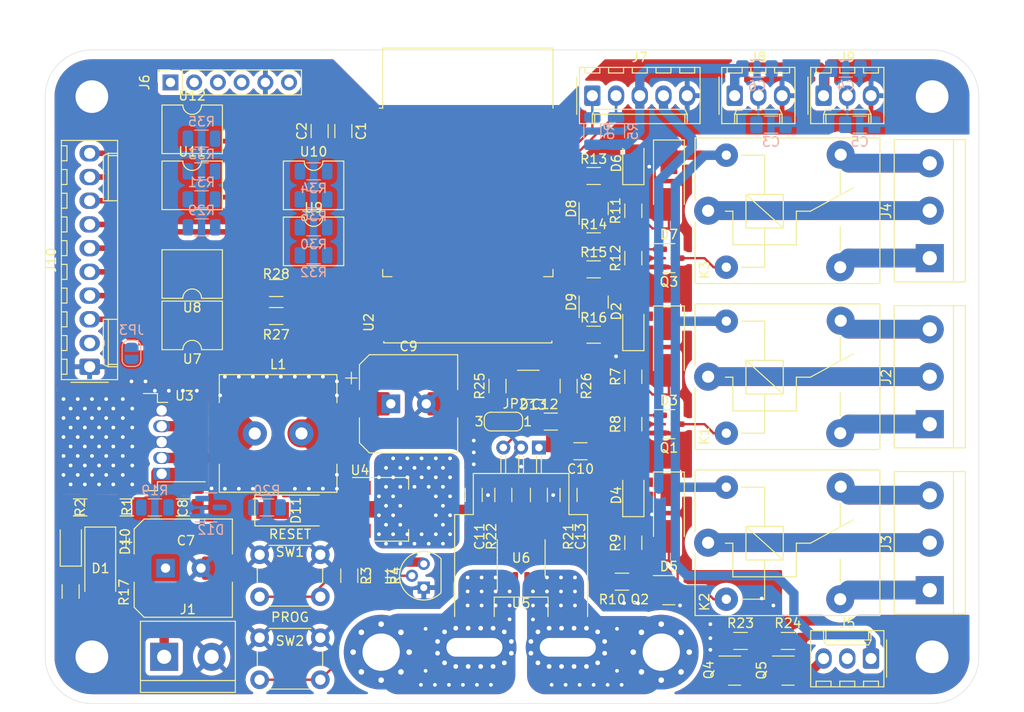
<source format=kicad_pcb>
(kicad_pcb (version 20211014) (generator pcbnew)
  (layers (0 "F.Cu" signal) (31 "B.Cu" signal) (34 "B.Paste" user) (35 "F.Paste" user) (36 "B.SilkS" user "B.Silkscreen") (37 "F.SilkS" user "F.Silkscreen") (38 "B.Mask" user) (39 "F.Mask" user) (44 "Edge.Cuts" user))
  (net 0 "")
  (net 1 "+3V3")
  (net 2 "GND")
  (net 3 "+12V")
  (net 4 "+5V")
  (net 5 "/LM35: T1/OUT")
  (net 6 "/LM35: T2/OUT")
  (net 7 "+BATT")
  (net 8 "Net-(D6-Pad1)")
  (net 9 "Net-(D9-Pad3)")
  (net 10 "Net-(D10-Pad1)")
  (net 11 "/Current Sensor/IP+")
  (net 12 "/Current Sensor/IP-")
  (net 13 "/Relay 1/NO")
  (net 14 "/Relay 1/COM")
  (net 15 "/Relay 1/NC")
  (net 16 "/Relay 2/NO")
  (net 17 "/Relay 2/COM")
  (net 18 "/Relay 2/NC")
  (net 19 "SCL")
  (net 20 "SDA")
  (net 21 "/Relay 3/NO")
  (net 22 "/Relay 3/COM")
  (net 23 "/Relay 3/NC")
  (net 24 "/Salida MOSFET/OUT")
  (net 25 "RESET")
  (net 26 "TXD0")
  (net 27 "RXD0")
  (net 28 "GPIO0")
  (net 29 "/Opto I/O/output-1/C")
  (net 30 "/Opto I/O/output-0/C")
  (net 31 "/Opto I/O/input-0/K")
  (net 32 "/Opto I/O/input-1/K")
  (net 33 "/Opto I/O/input-2/K")
  (net 34 "/Opto I/O/input-3/K")
  (net 35 "/Opto I/O/output-0/E")
  (net 36 "/Current Sensor/OUT")
  (net 37 "Net-(JP2-Pad3)")
  (net 38 "/Opto I/O/input-0/A")
  (net 39 "/Opto I/O/output-1/E")
  (net 40 "Net-(Q1-Pad1)")
  (net 41 "Net-(Q2-Pad1)")
  (net 42 "Net-(Q3-Pad1)")
  (net 43 "Net-(Q4-Pad1)")
  (net 44 "RELAY_1")
  (net 45 "/Input Protection/IN")
  (net 46 "RELAY_2")
  (net 47 "RELAY_3")
  (net 48 "VBAT")
  (net 49 "IBAT")
  (net 50 "TBAT")
  (net 51 "TEMP2")
  (net 52 "FAN_1")
  (net 53 "IN0")
  (net 54 "OUT1")
  (net 55 "IN1")
  (net 56 "IN2")
  (net 57 "IN3")
  (net 58 "OUT0")
  (net 59 "Net-(C12-Pad1)")
  (net 60 "Net-(C13-Pad1)")
  (net 61 "Net-(D2-Pad1)")
  (net 62 "Net-(D3-Pad2)")
  (net 63 "Net-(D4-Pad1)")
  (net 64 "Net-(D5-Pad2)")
  (net 65 "Net-(D7-Pad2)")
  (net 66 "Net-(D8-Pad3)")
  (net 67 "Net-(D11-Pad1)")
  (net 68 "Net-(D12-Pad3)")
  (net 69 "Net-(D13-Pad3)")
  (net 71 "Net-(Q4-Pad3)")
  (net 72 "Net-(R22-Pad2)")
  (net 73 "Net-(R27-Pad1)")
  (net 74 "Net-(R28-Pad1)")
  (net 83 "Net-(R29-Pad1)")
  (net 84 "Net-(R31-Pad1)")
  (net 85 "Net-(R33-Pad1)")
  (net 86 "Net-(R35-Pad1)")
  (footprint "libs:Allegro_CB_PFF" (layer "F.Cu") (at 144.14 93.585 180)
    (fp_text reference "U5")
    (fp_text value "ACS759")
  )
  (footprint "libs:TerminalBlock_bornier-3_P5.08mm" (layer "F.Cu") (at 186 91.08 90)
    (fp_text reference "J2")
    (fp_text value "Screw_Terminal_01x03")
  )
  (footprint "LED_SMD:LED_1206_3216Metric" (layer "F.Cu") (at 154.25 98.7 90)
    (fp_text reference "D4")
    (fp_text value "LED")
  )
  (footprint "LED_SMD:LED_1206_3216Metric" (layer "F.Cu") (at 154.25 80.92 90)
    (fp_text reference "D2")
    (fp_text value "LED")
  )
  (footprint "Connector_Molex:Molex_KK-254_AE-6410-10A_1x10_P2.54mm_Vertical" (layer "F.Cu") (at 96.02 84.93 90)
    (fp_text reference "J10")
    (fp_text value "Conn_01x10")
  )
  (footprint "Package_TO_SOT_SMD:SOT-23" (layer "F.Cu") (at 158.06 108.86)
    (fp_text reference "Q2")
    (fp_text value "BC817")
  )
  (footprint "libs:CAP_10x10_SMD_THT" (layer "F.Cu") (at 130.175 88.9)
    (fp_text reference "C9")
    (fp_text value "470uF" hide)
  )
  (footprint "Package_DIP:SMDIP-4_W9.53mm" (layer "F.Cu") (at 107 75 180)
    (fp_text reference "U8")
    (fp_text value "PC817XI")
  )
  (footprint "Connector_Molex:Molex_KK-254_AE-6410-03A_1x03_P2.54mm_Vertical" (layer "F.Cu") (at 174.625 55.9)
    (fp_text reference "J9")
    (fp_text value "Conn_01x03")
  )
  (footprint "Capacitor_SMD:C_1206_3216Metric_Pad1.33x1.80mm_HandSolder" (layer "F.Cu") (at 148.59 93.98)
    (fp_text reference "C10")
    (fp_text value "100nF")
  )
  (footprint "Capacitor_SMD:C_1206_3216Metric_Pad1.33x1.80mm_HandSolder" (layer "F.Cu") (at 147.31 98.665 90)
    (fp_text reference "C13")
    (fp_text value "1nF")
  )
  (footprint "Resistor_SMD:R_1206_3216Metric" (layer "F.Cu") (at 123.825 107.315 -90)
    (fp_text reference "R3")
    (fp_text value "10k")
  )
  (footprint "libs:TerminalBlock_bornier-2_P5.08mm" (layer "F.Cu") (at 104 116)
    (fp_text reference "J1")
    (fp_text value "Screw_Terminal_01x02")
  )
  (footprint "Capacitor_SMD:C_1206_3216Metric_Pad1.33x1.80mm_HandSolder" (layer "F.Cu") (at 123.19 59.69 90)
    (fp_text reference "C1")
    (fp_text value "100nF")
  )
  (footprint "Package_TO_SOT_SMD:SOT-23" (layer "F.Cu") (at 170.815 117.475)
    (fp_text reference "Q5")
    (fp_text value "IRLML2502")
  )
  (footprint "Capacitor_SMD:C_1206_3216Metric_Pad1.33x1.80mm_HandSolder" (layer "F.Cu") (at 145.415 90.805)
    (fp_text reference "C12")
    (fp_text value "100nF")
  )
  (footprint "Connector_Molex:Molex_KK-254_AE-6410-03A_1x03_P2.54mm_Vertical" (layer "F.Cu") (at 179.705 116.185 180)
    (fp_text reference "J5")
    (fp_text value "Conn_01x03")
  )
  (footprint "Package_DIP:SMDIP-4_W9.53mm" (layer "F.Cu") (at 107 80.5 180)
    (fp_text reference "U7")
    (fp_text value "PC817XI")
  )
  (footprint "Resistor_SMD:R_1206_3216Metric" (layer "F.Cu") (at 127 107.315 -90)
    (fp_text reference "R4")
    (fp_text value "10k")
  )
  (footprint "Resistor_SMD:R_1206_3216Metric" (layer "F.Cu") (at 140.325 98.665 -90)
    (fp_text reference "R22")
    (fp_text value "1k")
  )
  (footprint "Package_TO_SOT_SMD:SOT-23" (layer "F.Cu") (at 150 68 90)
    (fp_text reference "D8")
    (fp_text value "BAT54S")
  )
  (footprint "Package_DIP:SMDIP-4_W9.53mm" (layer "F.Cu") (at 120 65.5)
    (fp_text reference "U10")
    (fp_text value "PC817XI")
  )
  (footprint "Capacitor_SMD:C_1206_3216Metric_Pad1.33x1.80mm_HandSolder" (layer "F.Cu") (at 137.15 98.665 90)
    (fp_text reference "C11")
    (fp_text value "100nF")
  )
  (footprint "Resistor_SMD:R_1206_3216Metric" (layer "F.Cu") (at 100 100 180)
    (fp_text reference "R1")
    (fp_text value "22k")
  )
  (footprint "Relay_THT:Relay_SPDT_SANYOU_SRD_Series_Form_C" (layer "F.Cu") (at 162.26 68.22)
    (fp_text reference "K3")
    (fp_text value "RELAY")
  )
  (footprint "Diode_SMD:D_SMA_Handsoldering" (layer "F.Cu") (at 97.155 106.5 -90)
    (fp_text reference "D1")
    (fp_text value "SS14")
  )
  (footprint "Diode_SMD:D_SMA_Handsoldering" (layer "F.Cu") (at 118.11 100.33)
    (fp_text reference "D11")
    (fp_text value "SS14")
  )
  (footprint "Relay_THT:Relay_SPDT_SANYOU_SRD_Series_Form_C" (layer "F.Cu") (at 162.26 103.78)
    (fp_text reference "K2")
    (fp_text value "RELAY")
  )
  (footprint "Resistor_SMD:R_1206_3216Metric" (layer "F.Cu") (at 170.815 114.3 180)
    (fp_text reference "R24")
    (fp_text value "10k")
  )
  (footprint "esp32-wroom-roover:ESP32-WROOM-WROVER-NC" (layer "F.Cu") (at 136.525 66.675)
    (fp_text reference "U2")
    (fp_text value "ESP32" hide)
  )
  (footprint "Resistor_SMD:R_1206_3216Metric" (layer "F.Cu") (at 95 100 180)
    (fp_text reference "R2")
    (fp_text value "5k6")
  )
  (footprint "Diode_SMD:D_SMA_Handsoldering" (layer "F.Cu") (at 158.06 65.045 -90)
    (fp_text reference "D7")
    (fp_text value "M7")
  )
  (footprint "Resistor_SMD:R_1206_3216Metric" (layer "F.Cu") (at 116 79.5)
    (fp_text reference "R27")
    (fp_text value "100")
  )
  (footprint "MountingHole:MountingHole_4mm_Pad_Via" (layer "F.Cu") (at 127.24 115.498 180)
    (fp_text reference "H1" hide)
    (fp_text value "MountingHole_Pad" hide)
  )
  (footprint "Connector_Molex:Molex_KK-254_AE-6410-05A_1x05_P2.54mm_Vertical" (layer "F.Cu") (at 149.86 55.9)
    (fp_text reference "J7")
    (fp_text value "Conn_01x05")
  )
  (footprint "MountingHole:MountingHole_4mm_Pad_Via" (layer "F.Cu") (at 157.24 115.498 180)
    (fp_text reference "H2" hide)
    (fp_text value "MountingHole_Pad" hide)
  )
  (footprint "Resistor_SMD:R_1206_3216Metric" (layer "F.Cu") (at 154.25 68.22 -90)
    (fp_text reference "R11")
    (fp_text value "1k")
  )
  (footprint "LED_SMD:LED_1206_3216Metric" (layer "F.Cu") (at 154.25 63.14 90)
    (fp_text reference "D6")
    (fp_text value "LED")
  )
  (footprint "Resistor_SMD:R_1206_3216Metric" (layer "F.Cu") (at 93.98 109 -90)
    (fp_text reference "R17")
    (fp_text value "1k")
  )
  (footprint "libs:TO-263-5_TabPin3" (layer "F.Cu") (at 100.33 93 180)
    (fp_text reference "U3")
    (fp_text value "LM2596S-3.3")
  )
  (footprint "Button_Switch_THT:SW_PUSH_6mm" (layer "F.Cu") (at 114.225 113.955)
    (fp_text reference "SW2")
    (fp_text value "SW_Push")
  )
  (footprint "Connector_Molex:Molex_KK-254_AE-6410-03A_1x03_P2.54mm_Vertical" (layer "F.Cu") (at 165.1 55.9)
    (fp_text reference "J8")
    (fp_text value "Conn_01x03")
  )
  (footprint "Connector_PinSocket_2.54mm:PinSocket_1x06_P2.54mm_Vertical" (layer "F.Cu") (at 104.675 54.475 90)
    (fp_text reference "J6")
    (fp_text value "ICSP")
  )
  (footprint "Resistor_SMD:R_1206_3216Metric" (layer "F.Cu") (at 116 76.5)
    (fp_text reference "R28")
    (fp_text value "100")
  )
  (footprint "libs:TerminalBlock_bornier-3_P5.08mm" (layer "F.Cu") (at 186 108.86 90)
    (fp_text reference "J3")
    (fp_text value "Screw_Terminal_01x03")
  )
  (footprint "Package_TO_SOT_SMD:SOT-223-3_TabPin2" (layer "F.Cu") (at 128.27 100.203)
    (fp_text reference "U4")
    (fp_text value "AMS1117-5.0")
  )
  (footprint "Package_DIP:SMDIP-4_W9.53mm" (layer "F.Cu") (at 107 59.5)
    (fp_text reference "U12")
    (fp_text value "PC817XI")
  )
  (footprint "MountingHole:MountingHole_3.5mm_Pad" (layer "F.Cu") (at 186.255 56)
    (fp_text reference "REF**" hide)
    (fp_text value "MountingHole_3.5mm_Pad")
  )
  (footprint "Package_TO_SOT_SMD:SOT-23" (layer "F.Cu") (at 165.1 117.475)
    (fp_text reference "Q4")
    (fp_text value "BC817")
  )
  (footprint "Package_DIP:SMDIP-4_W9.53mm" (layer "F.Cu") (at 107 65.5)
    (fp_text reference "U11")
    (fp_text value "PC817XI")
  )
  (footprint "libs:TerminalBlock_bornier-3_P5.08mm" (layer "F.Cu") (at 186 73.3 90)
    (fp_text reference "J4")
    (fp_text value "Screw_Terminal_01x03")
  )
  (footprint "MountingHole:MountingHole_3.5mm_Pad" (layer "F.Cu") (at 96.255 116)
    (fp_text reference "REF**" hide)
    (fp_text value "MountingHole_3.5mm_Pad")
  )
  (footprint "LED_SMD:LED_1206_3216Metric" (layer "F.Cu") (at 94 104 90)
    (fp_text reference "D10")
    (fp_text value "LED")
  )
  (footprint "Package_TO_SOT_SMD:SOT-23" (layer "F.Cu") (at 158.06 73.3)
    (fp_text reference "Q3")
    (fp_text value "BC817")
  )
  (footprint "Resistor_SMD:R_1206_3216Metric" (layer "F.Cu") (at 144.135 98.665 -90)
    (fp_text reference "R21")
    (fp_text value "2k")
  )
  (footprint "Capacitor_SMD:C_1206_3216Metric_Pad1.33x1.80mm_HandSolder" (layer "F.Cu") (at 120.65 59.69 90)
    (fp_text reference "C2")
    (fp_text value "1uF")
  )
  (footprint "Resistor_SMD:R_1206_3216Metric" (layer "F.Cu") (at 154.25 103.78 -90)
    (fp_text reference "R9")
    (fp_text value "1k")
  )
  (footprint "Package_TO_SOT_SMD:SOT-23" (layer "F.Cu") (at 158.06 91.08)
    (fp_text reference "Q1")
    (fp_text value "BC817")
  )
  (footprint "Relay_THT:Relay_SPDT_SANYOU_SRD_Series_Form_C" (layer "F.Cu") (at 162.26 86)
    (fp_text reference "K1")
    (fp_text value "RELAY")
  )
  (footprint "libs:CAP_10x10_SMD_THT" (layer "F.Cu") (at 106.045 106.5)
    (fp_text reference "C7")
    (fp_text value "470uF" hide)
  )
  (footprint "Resistor_SMD:R_1206_3216Metric" (layer "F.Cu") (at 147.32 86.995 -90)
    (fp_text reference "R26")
    (fp_text value "1k")
  )
  (footprint "libs:L_12x12mm_H8mm" (layer "F.Cu") (at 116.205 92.075)
    (fp_text reference "L1")
    (fp_text value "68uH")
  )
  (footprint "Resistor_SMD:R_1206_3216Metric" (layer "F.Cu") (at 150 71.5)
    (fp_text reference "R14")
    (fp_text value "1k")
  )
  (footprint "Package_DIP:SMDIP-4_W9.53mm" (layer "F.Cu") (at 120 71.5)
    (fp_text reference "U9")
    (fp_text value "PC817XI")
  )
  (footprint "Resistor_SMD:R_1206_3216Metric" (layer "F.Cu") (at 150 81.5)
    (fp_text reference "R16")
    (fp_text value "1k")
  )
  (footprint "Diode_SMD:D_SMA_Handsoldering" (layer "F.Cu") (at 158.06 82.825 -90)
    (fp_text reference "D3")
    (fp_text value "M7")
  )
  (footprint "Package_TO_SOT_SMD:SOT-23" (layer "F.Cu") (at 143.51 86.868)
    (fp_text reference "D13")
    (fp_text value "BAT54S")
  )
  (footprint "Package_SO:SOIC-8_3.9x4.9mm_P1.27mm" (layer "F.Cu") (at 142.24 105.41 90)
    (fp_text reference "U6")
    (fp_text value "ACS712")
  )
  (footprint "Resistor_SMD:R_1206_3216Metric" (layer "F.Cu") (at 165.735 114.3 180)
    (fp_text reference "R23")
    (fp_text value "1k")
  )
  (footprint "Resistor_SMD:R_1206_3216Metric" (layer "F.Cu") (at 153.035 107.95)
    (fp_text reference "R10")
    (fp_text value "1k")
  )
  (footprint "Resistor_SMD:R_1206_3216Metric" (layer "F.Cu") (at 139.7 86.995 -90)
    (fp_text reference "R25")
    (fp_text value "1k")
  )
  (footprint "Jumper:SolderJumper-3_P1.3mm_Open_RoundedPad1.0x1.5mm_NumberLabels" (layer "F.Cu") (at 140.335 90.805 180)
    (fp_text reference "JP2")
    (fp_text value "SolderJumper_3_Bridged12")
  )
  (footprint "Resistor_SMD:R_1206_3216Metric" (layer "F.Cu") (at 150 64.5)
    (fp_text reference "R13")
    (fp_text value "1k")
  )
  (footprint "Resistor_SMD:R_1206_3216Metric" (layer "F.Cu") (at 150 74.5)
    (fp_text reference "R15")
    (fp_text value "1k")
  )
  (footprint "Capacitor_SMD:C_1206_3216Metric_Pad1.33x1.80mm_HandSolder" (layer "F.Cu") (at 106 100)
    (fp_text reference "C8")
    (fp_text value "100nF")
  )
  (footprint "Package_TO_SOT_SMD:SOT-23" (layer "F.Cu") (at 150 78 90)
    (fp_text reference "D9")
    (fp_text value "BAT54S")
  )
  (footprint "MountingHole:MountingHole_3.5mm_Pad" (layer "F.Cu") (at 186.255 116)
    (fp_text reference "REF**" hide)
    (fp_text value "MountingHole_3.5mm_Pad")
  )
  (footprint "Resistor_SMD:R_1206_3216Metric" (layer "F.Cu") (at 154.25 86 -90)
    (fp_text reference "R7")
    (fp_text value "1k")
  )
  (footprint "MountingHole:MountingHole_3.5mm_Pad" (layer "F.Cu") (at 96.255 56)
    (fp_text reference "REF**" hide)
    (fp_text value "MountingHole_3.5mm_Pad")
  )
  (footprint "Resistor_SMD:R_1206_3216Metric" (layer "F.Cu") (at 154.25 73.3 -90)
    (fp_text reference "R12")
    (fp_text value "1k")
  )
  (footprint "Resistor_SMD:R_1206_3216Metric" (layer "F.Cu") (at 154.25 91.08 -90)
    (fp_text reference "R8")
    (fp_text value "1k")
  )
  (footprint "Diode_SMD:D_SMA_Handsoldering" (layer "F.Cu") (at 158.06 100.605 -90)
    (fp_text reference "D5")
    (fp_text value "M7")
  )
  (footprint "Package_TO_SOT_THT:TO-92" (layer "F.Cu") (at 131.805 108.585 90)
    (fp_text reference "U1")
    (fp_text value "DS1233A-10")
  )
  (footprint "Button_Switch_THT:SW_PUSH_6mm" (layer "F.Cu") (at 114.225 105.065)
    (fp_text reference "SW1")
    (fp_text value "SW_Push")
  )
  (footprint "Resistor_SMD:R_1206_3216Metric" (layer "B.Cu") (at 120 70)
    (fp_text reference "R30")
    (fp_text value "10k")
  )
  (footprint "Capacitor_SMD:C_1206_3216Metric_Pad1.33x1.80mm_HandSolder" (layer "B.Cu") (at 169 59)
    (fp_text reference "C3")
    (fp_text value "100nF")
  )
  (footprint "Package_TO_SOT_SMD:SOT-23" (layer "B.Cu") (at 109 100)
    (fp_text reference "D12")
    (fp_text value "BAT54S")
  )
  (footprint "Capacitor_SMD:C_1206_3216Metric_Pad1.33x1.80mm_HandSolder" (layer "B.Cu") (at 167.5 53)
    (fp_text reference "C6")
    (fp_text value "100nF")
  )
  (footprint "Resistor_SMD:R_1206_3216Metric" (layer "B.Cu") (at 120 67)
    (fp_text reference "R36")
    (fp_text value "10k")
  )
  (footprint "Resistor_SMD:R_1206_3216Metric" (layer "B.Cu") (at 115 100 180)
    (fp_text reference "R20")
    (fp_text value "1k")
  )
  (footprint "Capacitor_SMD:C_1206_3216Metric_Pad1.33x1.80mm_HandSolder" (layer "B.Cu") (at 178.5 59)
    (fp_text reference "C5")
    (fp_text value "100nF")
  )
  (footprint "Capacitor_SMD:C_1206_3216Metric_Pad1.33x1.80mm_HandSolder" (layer "B.Cu") (at 177 53)
    (fp_text reference "C4")
    (fp_text value "100nF")
  )
  (footprint "Resistor_SMD:R_1206_3216Metric" (layer "B.Cu") (at 149.86 59.69 90)
    (fp_text reference "R6")
    (fp_text value "10k")
  )
  (footprint "Jumper:SolderJumper-2_P1.3mm_Open_RoundedPad1.0x1.5mm" (layer "B.Cu") (at 100.5 83.5 -90)
    (fp_text reference "JP3")
    (fp_text value "SolderJumper_2_Open" hide)
  )
  (footprint "Resistor_SMD:R_1206_3216Metric" (layer "B.Cu") (at 152.4 59.69 90)
    (fp_text reference "R5")
    (fp_text value "10k")
  )
  (footprint "Resistor_SMD:R_1206_3216Metric" (layer "B.Cu") (at 108 70 180)
    (fp_text reference "R29")
    (fp_text value "1k")
  )
  (footprint "Resistor_SMD:R_1206_3216Metric" (layer "B.Cu") (at 108 64 180)
    (fp_text reference "R33")
    (fp_text value "1k")
  )
  (footprint "Resistor_SMD:R_1206_3216Metric" (layer "B.Cu") (at 108 60.5 180)
    (fp_text reference "R35")
    (fp_text value "1k")
  )
  (footprint "Resistor_SMD:R_1206_3216Metric" (layer "B.Cu") (at 108 67 180)
    (fp_text reference "R31")
    (fp_text value "1k")
  )
  (footprint "Resistor_SMD:R_1206_3216Metric" (layer "B.Cu") (at 120 64)
    (fp_text reference "R34")
    (fp_text value "10k")
  )
  (footprint "Resistor_SMD:R_1206_3216Metric" (layer "B.Cu") (at 120 73)
    (fp_text reference "R32")
    (fp_text value "10k")
  )
  (footprint "Resistor_SMD:R_1206_3216Metric" (layer "B.Cu") (at 103 100 180)
    (fp_text reference "R19")
    (fp_text value "1k")
  )
  (gr_line (start 96.255 121) (end 186.255 121) (layer "Edge.Cuts") (width 0.05))
  (gr_arc (start 91.255 56) (mid 92.719466 52.464466) (end 96.255 51) (layer "Edge.Cuts") (width 0.05))
  (gr_line (start 191.255 116) (end 191.255 56) (layer "Edge.Cuts") (width 0.05))
  (gr_line (start 91.255 56) (end 91.255 116) (layer "Edge.Cuts") (width 0.05))
  (gr_arc (start 186.255 51) (mid 189.790534 52.464466) (end 191.255 56) (layer "Edge.Cuts") (width 0.05))
  (gr_arc (start 191.255 116) (mid 189.790534 119.535534) (end 186.255 121) (layer "Edge.Cuts") (width 0.05))
  (gr_line (start 186.255 51) (end 96.255 51) (layer "Edge.Cuts") (width 0.05))
  (gr_arc (start 96.255 121) (mid 92.719466 119.535534) (end 91.255 116) (layer "Edge.Cuts") (width 0.05))
  (gr_text "PROG" (at 117.475 111.76) (layer "F.SilkS") (effects (font (size 1 1))))
  (gr_text "RESET" (at 117.475 102.87) (layer "F.SilkS") (effects (font (size 1 1))))
  (segment (start 144.00152 87.86752) (end 145.401 89.267) (width 1) (layer "F.Cu") (net 1))
  (segment (start 174.752 53.34) (end 174.752 55.773) (width 1) (layer "F.Cu") (net 1))
  (segment (start 144.14 93.585) (end 145.401 93.585) (width 1) (layer "F.Cu") (net 1))
  (segment (start 127 105.8525) (end 131.6125 105.8525) (width 1) (layer "F.Cu") (net 1))
  (segment (start 165.608 52.832) (end 174.244 52.832) (width 1) (layer "F.Cu") (net 1))
  (segment (start 142.62202 87.86752) (end 144.00152 87.86752) (width 1) (layer "F.Cu") (net 1))
  (segment (start 145.401 93.585) (end 146.6325 93.585) (width 1) (layer "F.Cu") (net 1))
  (segment (start 142.5725 87.818) (end 142.62202 87.86752) (width 1) (layer "F.Cu") (net 1))
  (segment (start 118.705 92.075) (end 123 92.075) (width 3) (layer "F.Cu") (net 1))
  (segment (start 123.825 105.8525) (end 127 105.8525) (width 1) (layer "F.Cu") (net 1))
  (segment (start 174.752 55.773) (end 174.625 55.9) (width 1) (layer "F.Cu") (net 1))
  (segment (start 131.6125 105.8525) (end 131.805 106.045) (width 1) (layer "F.Cu") (net 1))
  (segment (start 165.1 53.34) (end 165.608 52.832) (width 1) (layer "F.Cu") (net 1))
  (segment (start 165.1 55.9) (end 165.1 53.34) (width 1) (layer "F.Cu") (net 1))
  (segment (start 146.6325 93.585) (end 147.0275 93.98) (width 1) (layer "F.Cu") (net 1))
  (segment (start 123 92.075) (end 126.175 88.9) (width 3) (layer "F.Cu") (net 1))
  (segment (start 145.401 89.267) (end 145.401 93.585) (width 1) (layer "F.Cu") (net 1))
  (segment (start 174.244 52.832) (end 174.752 53.34) (width 1) (layer "F.Cu") (net 1))
  (segment (start 154.94 55.9) (end 154.94 53.848) (width 1) (layer "B.Cu") (net 1))
  (segment (start 174.625 53.8125) (end 175.4375 53) (width 1) (layer "B.Cu") (net 1))
  (segment (start 165.1 55.9) (end 165.1 53.8375) (width 1) (layer "B.Cu") (net 1))
  (segment (start 154.94 53.848) (end 155.788 53) (width 1) (layer "B.Cu") (net 1))
  (segment (start 174.625 55.9) (end 174.625 53.8125) (width 1) (layer "B.Cu") (net 1))
  (segment (start 154.94 59.69) (end 154.94 55.9) (width 1) (layer "B.Cu") (net 1))
  (segment (start 153.4775 61.1525) (end 154.94 59.69) (width 1) (layer "B.Cu") (net 1))
  (segment (start 149.86 61.1525) (end 153.4775 61.1525) (width 1) (layer "B.Cu") (net 1))
  (segment (start 155.788 53) (end 165.9375 53) (width 1) (layer "B.Cu") (net 1))
  (segment (start 165.1 53.8375) (end 165.9375 53) (width 1) (layer "B.Cu") (net 1))
  (via (at 93.98 89.408) (size 0.8) (drill 0.4) (layers "F.Cu" "B.Cu") (net 2))
  (via (at 93.218 88.392) (size 0.8) (drill 0.4) (layers "F.Cu" "B.Cu") (net 2))
  (via (at 94.742 94.488) (size 0.8) (drill 0.4) (layers "F.Cu" "B.Cu") (net 2))
  (via (at 162.5 112.5) (size 0.8) (drill 0.4) (layers "F.Cu" "B.Cu") (net 2))
  (via (at 98.552 91.44) (size 0.8) (drill 0.4) (layers "F.Cu" "B.Cu") (net 2))
  (via (at 106 87.5) (size 0.8) (drill 0.4) (layers "F.Cu" "B.Cu") (net 2))
  (via (at 99.568 94.488) (size 0.8) (drill 0.4) (layers "F.Cu" "B.Cu") (net 2))
  (via (at 122.5 98) (size 0.8) (drill 0.4) (layers "F.Cu" "B.Cu") (net 2))
  (via (at 122.5 86.5) (size 0.8) (drill 0.4) (layers "F.Cu" "B.Cu") (net 2))
  (via (at 154.75 110.25) (size 0.8) (drill 0.4) (layers "F.Cu" "B.Cu") (net 2))
  (via (at 99.568 92.456) (size 0.8) (drill 0.4) (layers "F.Cu" "B.Cu") (net 2))
  (via (at 104.5 87.5) (size 0.8) (drill 0.4) (layers "F.Cu" "B.Cu") (net 2))
  (via (at 107.5 87.5) (size 0.8) (drill 0.4) (layers "F.Cu" "B.Cu") (net 2))
  (via (at 119.5 86) (size 0.8) (drill 0.4) (layers "F.Cu" "B.Cu") (net 2))
  (via (at 169.25 110.5) (size 0.8) (drill 0.4) (layers "F.Cu" "B.Cu") (net 2))
  (via (at 102 86.5) (size 0.8) (drill 0.4) (layers "F.Cu" "B.Cu") (net 2))
  (via (at 121 86) (size 0.8) (drill 0.4) (layers "F.Cu" "B.Cu") (net 2))
  (via (at 145.669 98.679) (size 0.8) (drill 0.4) (layers "F.Cu" "B.Cu") (net 2))
  (via (at 95.504 97.536) (size 0.8) (drill 0.4) (layers "F.Cu" "B.Cu") (net 2))
  (via (at 97.79 94.488) (size 0.8) (drill 0.4) (layers "F.Cu" "B.Cu") (net 2))
  (via (at 96.266 92.456) (size 0.8) (drill 0.4) (layers "F.Cu" "B.Cu") (net 2))
  (via (at 122.5 96.5) (size 0.8) (drill 0.4) (layers "F.Cu" "B.Cu") (net 2))
  (via (at 95.504 91.44) (size 0.8) (drill 0.4) (layers "F.Cu" "B.Cu") (net 2))
  (via (at 119.5 98) (size 0.8) (drill 0.4) (layers "F.Cu" "B.Cu") (net 2))
  (via (at 120.994431 97.983692) (size 0.8) (drill 0.4) (layers "F.Cu" "B.Cu") (net 2))
  (via (at 98.552 93.472) (size 0.8) (drill 0.4) (layers "F.Cu" "B.Cu") (net 2))
  (via (at 93.98 91.44) (size 0.8) (drill 0.4) (layers "F.Cu" "B.Cu") (net 2))
  (via (at 156.25 100.75) (size 0.8) (drill 0.4) (layers "F.Cu" "B.Cu") (net 2))
  (via (at 97.028 97.536) (size 0.8) (drill 0.4) (layers "F.Cu" "B.Cu") (net 2))
  (via (at 98.552 95.504) (size 0.8) (drill 0.4) (layers "F.Cu" "B.Cu") (net 2))
  (via (at 113.5 86) (size 0.8) (drill 0.4) (layers "F.Cu" "B.Cu") (net 2))
  (via (at 97.79 92.456) (size 0.8) (drill 0.4) (layers "F.Cu" "B.Cu") (net 2))
  (via (at 137.16 95.377) (size 0.8) (drill 0.4) (layers "F.Cu" "B.Cu") (net 2))
  (via (at 122.5 88) (size 0.8) (drill 0.4) (layers "F.Cu" "B.Cu") (net 2))
  (via (at 100.584 95.504) (size 0.8) (drill 0.4) (layers "F.Cu" "B.Cu") (net 2))
  (via (at 100.584 91.44) (size 0.8) (drill 0.4) (layers "F.Cu" "B.Cu") (net 2))
  (via (at 153.25 110.25) (size 0.8) (drill 0.4) (layers "F.Cu" "B.Cu") (net 2))
  (via (at 93.218 90.424) (size 0.8) (drill 0.4) (layers "F.Cu" "B.Cu") (net 2))
  (via (at 162.5 115.25) (size 0.8) (drill 0.4) (layers "F.Cu" "B.Cu") (net 2))
  (via (at 95.504 93.472) (size 0.8) (drill 0.4) (layers "F.Cu" "B.Cu") (net 2))
  (via (at 118 86) (size 0.8) (drill 0.4) (layers "F.Cu" "B.Cu") (net 2))
  (via (at 115 86) (size 0.8) (drill 0.4) (layers "F.Cu" "B.Cu") (net 2))
  (via (at 110.5 98) (size 0.8) (drill 0.4) (layers "F.Cu" "B.Cu") (net 2))
  (via (at 93.218 96.52) (size 0.8) (drill 0.4) (layers "F.Cu" "B.Cu") (net 2))
  (via (at 112 98) (size 0.8) (drill 0.4) (layers "F.Cu" "B.Cu") (net 2))
  (via (at 137.16 94.107) (size 0.8) (drill 0.4) (layers "F.Cu" "B.Cu") (net 2))
  (via (at 112 86) (size 0.8) (drill 0.4) (layers "F.Cu" "B.Cu") (net 2))
  (via (at 96.266 88.392) (size 0.8) (drill 0.4) (layers "F.Cu" "B.Cu") (net 2))
  (via (at 100.584 93.472) (size 0.8) (drill 0.4) (layers "F.Cu" "B.Cu") (net 2))
  (via (at 93.218 94.488) (size 0.8) (drill 0.4) (layers "F.Cu" "B.Cu") (net 2))
  (via (at 100.5 86.5) (size 0.8) (drill 0.4) (layers "F.Cu" "B.Cu") (net 2))
  (via (at 93.98 93.472) (size 0.8) (drill 0.4) (layers "F.Cu" "B.Cu") (net 2))
  (via (at 96.266 94.488) (size 0.8) (drill 0.4) (layers "F.Cu" "B.Cu") (net 2))
  (via (at 96.266 90.424) (size 0.8) (drill 0.4) (layers "F.Cu" "B.Cu") (net 2))
  (via (at 138.684 98.679) (size 0.8) (drill 0.4) (layers "F.Cu" "B.Cu") (net 2))
  (via (at 97.028 91.44) (size 0.8) (drill 0.4) (layers "F.Cu" "B.Cu") (net 2))
  (via (at 159.25 110.5) (size 0.8) (drill 0.4) (layers "F.Cu" "B.Cu") (net 2))
  (via (at 97.028 93.472) (size 0.8) (drill 0.4) (layers "F.Cu" "B.Cu") (net 2))
  (via (at 103 87.5) (size 0.8) (drill 0.4) (layers "F.Cu" "B.Cu") (net 2))
  (via (at 155.956 63.5) (size 0.8) (drill 0.4) (layers "F.Cu" "B.Cu") (net 2))
  (via (at 142.24 95.631) (size 0.8) (drill 0.4) (layers "F.Cu" "B.Cu") (net 2))
  (via (at 94.742 90.424) (size 0.8) (drill 0.4) (layers "F.Cu" "B.Cu") (net 2))
  (via (at 98.552 89.408) (size 0.8) (drill 0.4) (layers "F.Cu" "B.Cu") (net 2))
  (via (at 93.218 92.456) (size 0.8) (drill 0.4) (layers "F.Cu" "B.Cu") (net 2))
  (via (at 116.5 86) (size 0.8) (drill 0.4) (layers "F.Cu" "B.Cu") (net 2))
  (via (at 162.5 114) (size 0.8) (drill 0.4) (layers "F.Cu" "B.Cu") (net 2))
  (via (at 168 109.75) (size 0.8) (drill 0.4) (layers "F.Cu" "B.Cu") (net 2))
  (via (at 95.504 95.504) (size 0.8) (drill 0.4) (layers "F.Cu" "B.Cu") (net 2))
  (via (at 137.16 92.837) (size 0.8) (drill 0.4) (layers "F.Cu" "B.Cu") (net 2))
  (via (at 93.98 97.536) (size 0.8) (drill 0.4) (layers "F.Cu" "B.Cu") (net 2))
  (via (at 93.98 95.504) (size 0.8) (drill 0.4) (layers "F.Cu" "B.Cu") (net 2))
  (via (at 94.742 88.392) (size 0.8) (drill 0.4) (layers "F.Cu" "B.Cu") (net 2))
  (via (at 97.79 90.424) (size 0.8) (drill 0.4) (layers "F.Cu" "B.Cu") (net 2))
  (via (at 99.568 96.52) (size 0.8) (drill 0.4) (layers "F.Cu" "B.Cu") (net 2))
  (via (at 110.5 86) (size 0.8) (drill 0.4) (layers "F.Cu" "B.Cu") (net 2))
  (via (at 118 98) (size 0.8) (drill 0.4) (layers "F.Cu" "B.Cu") (net 2))
  (via (at 97.028 89.408) (size 0.8) (drill 0.4) (layers "F.Cu" "B.Cu") (net 2))
  (via (at 100.584 97.536) (size 0.8) (drill 0.4) (layers "F.Cu" "B.Cu") (net 2))
  (via (at 97.79 88.392) (size 0.8) (drill 0.4) (layers "F.Cu" "B.Cu") (net 2))
  (via (at 99.568 88.392) (size 0.8) (drill 0.4) (layers "F.Cu" "B.Cu") (net 2))
  (via (at 97.028 95.504) (size 0.8) (drill 0.4) (layers "F.Cu" "B.Cu") (net 2))
  (via (at 97.79 96.52) (size 0.8) (drill 0.4) (layers "F.Cu" "B.Cu") (net 2))
  (via (at 113.5 98) (size 0.8) (drill 0.4) (layers "F.Cu" "B.Cu") (net 2))
  (via (at 109.076332 97.962179) (size 0.8) (drill 0.4) (layers "F.Cu" "B.Cu") (net 2))
  (via (at 152.4 83.82) (size 0.8) (drill 0.4) (layers "F.Cu" "B.Cu") (net 2))
  (via (at 95.504 89.408) (size 0.8) (drill 0.4) (layers "F.Cu" "B.Cu") (net 2))
  (via (at 98.552 97.536) (size 0.8) (drill 0.4) (layers "F.Cu" "B.Cu") (net 2))
  (via (at 96.266 96.52) (size 0.8) (drill 0.4) (layers "F.Cu" "B.Cu") (net 2))
  (via (at 94.742 92.456) (size 0.8) (drill 0.4) (layers "F.Cu" "B.Cu") (net 2))
  (via (at 100.584 89.408) (size 0.8) (drill 0.4) (layers "F.Cu" "B.Cu") (net 2))
  (via (at 99.568 90.424) (size 0.8) (drill 0.4) (layers "F.Cu" "B.Cu") (net 2))
  (via (at 110 88) (size 0.8) (drill 0.4) (layers "F.Cu" "B.Cu") (net 2))
  (via (at 94.742 96.52) (size 0.8) (drill 0.4) (layers "F.Cu" "B.Cu") (net 2))
  (segment locked (start 164.21 62.27) (end 158.335 62.27) (width 1) (layer "F.Cu") (net 3))
  (segment (start 172.9125 113.665) (end 172.2775 114.3) (width 1) (layer "F.Cu") (net 3))
  (segment (start 125.12 102.503) (end 104.408 102.503) (width 1) (layer "F.Cu") (net 3))
  (segment locked (start 158.335 97.83) (end 158.06 98.105) (width 1) (layer "F.Cu") (net 3))
  (segment locked (start 157.255 61.74) (end 158.06 62.545) (width 1) (layer "F.Cu") (net 3))
  (segment (start 179.705 114.3) (end 179.07 113.665) (width 1) (layer "F.Cu") (net 3))
  (segment locked (start 154.25 97.3) (end 157.255 97.3) (width 1) (layer "F.Cu") (net 3))
  (segment (start 104.408 102.503) (end 104.14 102.235) (width 1) (layer "F.Cu") (net 3))
  (segment (start 179.705 116.185) (end 179.705 114.3) (width 1) (layer "F.Cu") (net 3))
  (segment (start 94 102.6) (end 95.996 102.6) (width 1) (layer "F.Cu") (net 3))
  (segment locked (start 154.25 79.52) (end 157.255 79.52) (width 1) (layer "F.Cu") (net 3))
  (segment locked (start 157.255 79.52) (end 158.06 80.325) (width 1) (layer "F.Cu") (net 3))
  (segment (start 179.07 113.665) (end 172.9125 113.665) (width 1) (layer "F.Cu") (net 3))
  (segment locked (start 154.25 61.74) (end 157.255 61.74) (width 1) (layer "F.Cu") (net 3))
  (segment locked (start 164.21 97.83) (end 158.335 97.83) (width 1) (layer "F.Cu") (net 3))
  (segment locked (start 164.21 80.05) (end 158.335 80.05) (width 1) (layer "F.Cu") (net 3))
  (segment (start 95.996 102.6) (end 97.155 103.759) (width 1) (layer "F.Cu") (net 3))
  (segment locked (start 158.335 80.05) (end 158.06 80.325) (width 1) (layer "F.Cu") (net 3))
  (segment locked (start 158.335 62.27) (end 158.06 62.545) (width 1) (layer "F.Cu") (net 3))
  (segment locked (start 157.255 97.3) (end 158.06 98.105) (width 1) (layer "F.Cu") (net 3))
  (segment (start 97.155 103.759) (end 97.155 104) (width 1) (layer "F.Cu") (net 3))
  (segment (start 171.45 109.22) (end 169.545 107.315) (width 1) (layer "B.Cu") (net 3))
  (segment (start 171.45 111.76) (end 171.45 109.22) (width 1) (layer "B.Cu") (net 3))
  (segment (start 173.355 113.665) (end 171.45 111.76) (width 1) (layer "B.Cu") (net 3))
  (segment (start 158.75 65.405) (end 161.885 62.27) (width 1) (layer "B.Cu") (net 3))
  (segment (start 158.75 80.01) (end 158.75 65.405) (width 1) (layer "B.Cu") (net 3))
  (segment (start 179.705 116.185) (end 179.705 114.3) (width 1) (layer "B.Cu") (net 3))
  (segment (start 158.79 97.83) (end 158.75 97.79) (width 1) (layer "B.Cu") (net 3))
  (segment (start 179.07 113.665) (end 173.355 113.665) (width 1) (layer "B.Cu") (net 3))
  (segment (start 179.705 114.3) (end 179.07 113.665) (width 1) (layer "B.Cu") (net 3))
  (segment (start 164.21 97.83) (end 158.79 97.83) (width 1) (layer "B.Cu") (net 3))
  (segment (start 164.21 80.05) (end 158.79 80.05) (width 1) (layer "B.Cu") (net 3))
  (segment (start 161.885 62.27) (end 164.21 62.27) (width 1) (layer "B.Cu") (net 3))
  (segment (start 160.02 107.315) (end 158.75 106.045) (width 1) (layer "B.Cu") (net 3))
  (segment (start 158.75 97.87) (end 158.79 97.83) (width 1) (layer "B.Cu") (net 3))
  (segment (start 158.79 80.05) (end 158.75 80.01) (width 1) (layer "B.Cu") (net 3))
  (segment (start 169.545 107.315) (end 160.02 107.315) (width 1) (layer "B.Cu") (net 3))
  (segment (start 158.75 97.79) (end 158.75 80.01) (width 1) (layer "B.Cu") (net 3))
  (segment (start 158.75 106.045) (end 158.75 97.87) (width 1) (layer "B.Cu") (net 3))
  (segment (start 137.15 100.2275) (end 137.15 100.955) (width 1) (layer "F.Cu") (net 4))
  (segment (start 137.1255 100.203) (end 137.15 100.2275) (width 1) (layer "F.Cu") (net 4))
  (segment (start 131.42 100.203) (end 137.1255 100.203) (width 1) (layer "F.Cu") (net 4))
  (segment (start 137.15 100.955) (end 139.13 102.935) (width 1) (layer "F.Cu") (net 4))
  (segment (start 139.13 102.935) (end 140.335 102.935) (width 1) (layer "F.Cu") (net 4))
  (via (at 127.762 101.854) (size 0.8) (drill 0.4) (layers "F.Cu" "B.Cu") (net 4))
  (via (at 129.286 99.822) (size 0.8) (drill 0.4) (layers "F.Cu" "B.Cu") (net 4))
  (via (at 132.334 95.758) (size 0.8) (drill 0.4) (layers "F.Cu" "B.Cu") (net 4))
  (via (at 127 102.87) (size 0.8) (drill 0.4) (layers "F.Cu" "B.Cu") (net 4))
  (via (at 128.524 96.774) (size 0.8) (drill 0.4) (layers "F.Cu" "B.Cu") (net 4))
  (via (at 134.62 94.742) (size 0.8) (drill 0.4) (layers "F.Cu" "B.Cu") (net 4))
  (via (at 128.524 102.87) (size 0.8) (drill 0.4) (layers "F.Cu" "B.Cu") (net 4))
  (via (at 133.858 97.79) (size 0.8) (drill 0.4) (layers "F.Cu" "B.Cu") (net 4))
  (via (at 131.572 102.87) (size 0.8) (drill 0.4) (layers "F.Cu" "B.Cu") (net 4))
  (via (at 133.096 94.742) (size 0.8) (drill 0.4) (layers "F.Cu" "B.Cu") (net 4))
  (via (at 129.286 103.886) (size 0.8) (drill 0.4) (layers "F.Cu" "B.Cu") (net 4))
  (via (at 129.286 95.758) (size 0.8) (drill 0.4) (layers "F.Cu" "B.Cu") (net 4))
  (via (at 130.81 103.886) (size 0.8) (drill 0.4) (layers "F.Cu" "B.Cu") (net 4))
  (via (at 130.048 94.742) (size 0.8) (drill 0.4) (layers "F.Cu" "B.Cu") (net 4))
  (via (at 133.096 102.87) (size 0.8) (drill 0.4) (layers "F.Cu" "B.Cu") (net 4))
  (via (at 134.62 102.87) (size 0.8) (drill 0.4) (layers "F.Cu" "B.Cu") (net 4))
  (via (at 128.524 98.806) (size 0.8) (drill 0.4) (layers "F.Cu" "B.Cu") (net 4))
  (via (at 129.286 97.79) (size 0.8) (drill 0.4) (layers "F.Cu" "B.Cu") (net 4))
  (via (at 133.096 100.838) (size 0.8) (drill 0.4) (layers "F.Cu" "B.Cu") (net 4))
  (via (at 133.858 95.758) (size 0.8) (drill 0.4) (layers "F.Cu" "B.Cu") (net 4))
  (via (at 127.762 97.79) (size 0.8) (drill 0.4) (layers "F.Cu" "B.Cu") (net 4))
  (via (at 128.524 100.838) (size 0.8) (drill 0.4) (layers "F.Cu" "B.Cu") (net 4))
  (via (at 127 96.774) (size 0.8) (drill 0.4) (layers "F.Cu" "B.Cu") (net 4))
  (via (at 127.762 95.758) (size 0.8) (drill 0.4) (layers "F.Cu" "B.Cu") (net 4))
  (via (at 130.048 102.87) (size 0.8) (drill 0.4) (layers "F.Cu" "B.Cu") (net 4))
  (via (at 127 100.838) (size 0.8) (drill 0.4) (layers "F.Cu" "B.Cu") (net 4))
  (via (at 133.096 98.806) (size 0.8) (drill 0.4) (layers "F.Cu" "B.Cu") (net 4))
  (via (at 133.096 96.774) (size 0.8) (drill 0.4) (layers "F.Cu" "B.Cu") (net 4))
  (via (at 133.858 101.854) (size 0.8) (drill 0.4) (layers "F.Cu" "B.Cu") (net 4))
  (via (at 127.762 99.822) (size 0.8) (drill 0.4) (layers "F.Cu" "B.Cu") (net 4))
  (via (at 134.62 96.774) (size 0.8) (drill 0.4) (layers "F.Cu" "B.Cu") (net 4))
  (via (at 134.62 98.806) (size 0.8) (drill 0.4) (layers "F.Cu" "B.Cu") (net 4))
  (via (at 130.81 97.79) (size 0.8) (drill 0.4) (layers "F.Cu" "B.Cu") (net 4))
  (via (at 130.048 96.774) (size 0.8) (drill 0.4) (layers "F.Cu" "B.Cu") (net 4))
  (via (at 132.334 103.886) (size 0.8) (drill 0.4) (layers "F.Cu" "B.Cu") (net 4))
  (via (at 132.334 97.79) (size 0.8) (drill 0.4) (layers "F.Cu" "B.Cu") (net 4))
  (via (at 128.524 94.742) (size 0.8) (drill 0.4) (layers "F.Cu" "B.Cu") (net 4))
  (via (at 129.286 101.854) (size 0.8) (drill 0.4) (layers "F.Cu" "B.Cu") (net 4))
  (via (at 130.81 95.758) (size 0.8) (drill 0.4) (layers "F.Cu" "B.Cu") (net 4))
  (via (at 127 98.806) (size 0.8) (drill 0.4) (layers "F.Cu" "B.Cu") (net 4))
  (via (at 134.62 100.838) (size 0.8) (drill 0.4) (layers "F.Cu" "B.Cu") (net 4))
  (via (at 133.858 103.886) (size 0.8) (drill 0.4) (layers "F.Cu" "B.Cu") (net 4))
  (via (at 131.572 96.774) (size 0.8) (drill 0.4) (layers "F.Cu" "B.Cu") (net 4))
  (via (at 127.762 103.886) (size 0.8) (drill 0.4) (layers "F.Cu" "B.Cu") (net 4))
  (via (at 131.572 94.742) (size 0.8) (drill 0.4) (layers "F.Cu" "B.Cu") (net 4))
  (via (at 133.858 99.822) (size 0.8) (drill 0.4) (layers "F.Cu" "B.Cu") (net 4))
  (segment (start 156.972 81.28) (end 156.972 98.044) (width 1) (layer "B.Cu") (net 4))
  (segment (start 157.525472 64.470528) (end 156.972 65.024) (width 1) (layer "B.Cu") (net 4))
  (segment (start 160.528 60.452) (end 160.528 61.468) (width 1) (layer "B.Cu") (net 4))
  (segment (start 160.528 61.468) (end 157.525472 64.470528) (width 1) (layer "B.Cu") (net 4))
  (segment (start 156.972 65.024) (end 156.972 81.28) (width 1) (layer "B.Cu") (net 4))
  (segment (start 157.48 55.9) (end 157.48 57.404) (width 1) (layer "B.Cu") (net 4))
  (segment (start 157.48 57.404) (end 160.528 60.452) (width 1) (layer "B.Cu") (net 4))
  (segment (start 167.64 58.7975) (end 167.4375 59) (width 0.25) (layer "B.Cu") (net 5))
  (segment (start 167.64 55.9) (end 167.64 58.7975) (width 0.25) (layer "B.Cu") (net 5))
  (segment (start 177.165 58.7725) (end 176.9375 59) (width 0.25) (layer "B.Cu") (net 6))
  (segment (start 177.165 55.9) (end 177.165 58.7725) (width 0.25) (layer "B.Cu") (net 6))
  (segment (start 104 116) (end 104 110.985) (width 1) (layer "F.Cu") (net 7))
  (segment (start 104 110.985) (end 102.015 109) (width 1) (layer "F.Cu") (net 7))
  (segment (start 102.015 109) (end 97.155 109) (width 1) (layer "F.Cu") (net 7))
  (segment locked (start 154.25 64.54) (end 154.25 66.7575) (width 0.25) (layer "F.Cu") (net 8))
  (segment (start 150 75.9625) (end 148.5375 74.5) (width 0.25) (layer "F.Cu") (net 9))
  (segment (start 151.096 81.5) (end 150 80.404) (width 0.25) (layer "F.Cu") (net 9))
  (segment (start 150 80.404) (end 150 77.0625) (width 0.25) (layer "F.Cu") (net 9))
  (segment (start 151.4625 81.5) (end 151.096 81.5) (width 0.25) (layer "F.Cu") (net 9))
  (segment (start 150 77.0625) (end 150 75.9625) (width 0.25) (layer "F.Cu") (net 9))
  (segment (start 93.98 107.5375) (end 93.98 105.42) (width 0.25) (layer "F.Cu") (net 10))
  (segment (start 93.98 105.42) (end 94 105.4) (width 0.25) (layer "F.Cu") (net 10))
  (via (at 139.5 110.5) (size 0.8) (drill 0.4) (layers "F.Cu" "B.Cu") (net 11))
  (via (at 140.994685 111.987623) (size 0.8) (drill 0.4) (layers "F.Cu" "B.Cu") (net 11))
  (via (at 139.5 107.5) (size 0.8) (drill 0.4) (layers "F.Cu" "B.Cu") (net 11))
  (via (at 138 107.5) (size 0.8) (drill 0.4) (layers "F.Cu" "B.Cu") (net 11))
  (via (at 136.5 107.5) (size 0.8) (drill 0.4) (layers "F.Cu" "B.Cu") (net 11))
  (via (at 136.5 109) (size 0.8) (drill 0.4) (layers "F.Cu" "B.Cu") (net 11))
  (via (at 141 109) (size 0.8) (drill 0.4) (layers "F.Cu" "B.Cu") (net 11))
  (via (at 139 119) (size 0.8) (drill 0.4) (layers "F.Cu" "B.Cu") (net 11))
  (via (at 138 109) (size 0.8) (drill 0.4) (layers "F.Cu" "B.Cu") (net 11))
  (via (at 132 113) (size 0.8) (drill 0.4) (layers "F.Cu" "B.Cu") (net 11))
  (via (at 136 119) (size 0.8) (drill 0.4) (layers "F.Cu" "B.Cu") (net 11))
  (via (at 134.5 119) (size 0.8) (drill 0.4) (layers "F.Cu" "B.Cu") (net 11))
  (via (at 132 117.5) (size 0.8) (drill 0.4) (layers "F.Cu" "B.Cu") (net 11))
  (via (at 131.5 119) (size 0.8) (drill 0.4) (layers "F.Cu" "B.Cu") (net 11))
  (via (at 141 110.5) (size 0.8) (drill 0.4) (layers "F.Cu" "B.Cu") (net 11))
  (via (at 133 119) (size 0.8) (drill 0.4) (layers "F.Cu" "B.Cu") (net 11))
  (via (at 136.5 110.5) (size 0.8) (drill 0.4) (layers "F.Cu" "B.Cu") (net 11))
  (via (at 137.5 119) (size 0.8) (drill 0.4) (layers "F.Cu" "B.Cu") (net 11))
  (via (at 138 110.5) (size 0.8) (drill 0.4) (layers "F.Cu" "B.Cu") (net 11))
  (via (at 139.5 109) (size 0.8) (drill 0.4) (layers "F.Cu" "B.Cu") (net 11))
  (via (at 143.5 110.5) (size 0.8) (drill 0.4) (layers "F.Cu" "B.Cu") (net 12))
  (via (at 145 107.5) (size 0.8) (drill 0.4) (layers "F.Cu" "B.Cu") (net 12))
  (via (at 146.5 110.5) (size 0.8) (drill 0.4) (layers "F.Cu" "B.Cu") (net 12))
  (via (at 146.5 107.5) (size 0.8) (drill 0.4) (layers "F.Cu" "B.Cu") (net 12))
  (via (at 143.5 109) (size 0.8) (drill 0.4) (layers "F.Cu" "B.Cu") (net 12))
  (via (at 145.5 119) (size 0.8) (drill 0.4) (layers "F.Cu" "B.Cu") (net 12))
  (via (at 151.5 119) (size 0.8) (drill 0.4) (layers "F.Cu" "B.Cu") (net 12))
  (via (at 150 119) (size 0.8) (drill 0.4) (layers "F.Cu" "B.Cu") (net 12))
  (via (at 148 107.5) (size 0.8) (drill 0.4) (layers "F.Cu" "B.Cu") (net 12))
  (via (at 153 119) (size 0.8) (drill 0.4) (layers "F.Cu" "B.Cu") (net 12))
  (via (at 145 109) (size 0.8) (drill 0.4) (layers "F.Cu" "B.Cu") (net 12))
  (via (at 147 119) (size 0.8) (drill 0.4) (layers "F.Cu" "B.Cu") (net 12))
  (via (at 145 110.5) (size 0.8) (drill 0.4) (layers "F.Cu" "B.Cu") (net 12))
  (via (at 152.5 113) (size 0.8) (drill 0.4) (layers "F.Cu" "B.Cu") (net 12))
  (via (at 146.5 109) (size 0.8) (drill 0.4) (layers "F.Cu" "B.Cu") (net 12))
  (via (at 148.5 119) (size 0.8) (drill 0.4) (layers "F.Cu" "B.Cu") (net 12))
  (via (at 148 110.5) (size 0.8) (drill 0.4) (layers "F.Cu" "B.Cu") (net 12))
  (via (at 152.5 117.5) (size 0.8) (drill 0.4) (layers "F.Cu" "B.Cu") (net 12))
  (via (at 148 109) (size 0.8) (drill 0.4) (layers "F.Cu" "B.Cu") (net 12))
  (via (at 143.5 112) (size 0.8) (drill 0.4) (layers "F.Cu" "B.Cu") (net 12))
  (segment locked (start 177.38 91.08) (end 176.41 92.05) (width 2) (layer "F.Cu") (net 13))
  (segment locked (start 186 91.08) (end 177.38 91.08) (width 2) (layer "F.Cu") (net 13))
  (segment (start 177.292 91.059) (end 176.322 92.029) (width 2) (layer "B.Cu") (net 13))
  (segment (start 185.912 91.059) (end 177.292 91.059) (width 2) (layer "B.Cu") (net 13))
  (segment locked (start 186 86) (end 162.26 86) (width 2) (layer "F.Cu") (net 14))
  (segment (start 185.912 85.979) (end 162.172 85.979) (width 2) (layer "B.Cu") (net 14))
  (segment locked (start 186 80.92) (end 177.38 80.92) (width 2) (layer "F.Cu") (net 15))
  (segment locked (start 177.38 80.92) (end 176.46 80) (width 2) (layer "F.Cu") (net 15))
  (segment (start 185.912 80.899) (end 177.292 80.899) (width 2) (layer "B.Cu") (net 15))
  (segment (start 177.292 80.899) (end 176.372 79.979) (width 2) (layer "B.Cu") (net 15))
  (segment locked (start 186 108.86) (end 177.38 108.86) (width 2) (layer "F.Cu") (net 16))
  (segment locked (start 177.38 108.86) (end 176.41 109.83) (width 2) (layer "F.Cu") (net 16))
  (segment (start 177.292 108.839) (end 176.322 109.809) (width 2) (layer "B.Cu") (net 16))
  (segment (start 185.912 108.839) (end 177.292 108.839) (width 2) (layer "B.Cu") (net 16))
  (segment locked (start 186 103.78) (end 162.26 103.78) (width 2) (layer "F.Cu") (net 17))
  (segment (start 185.912 103.759) (end 162.172 103.759) (width 2) (layer "B.Cu") (net 17))
  (segment locked (start 186 98.7) (end 177.38 98.7) (width 2) (layer "F.Cu") (net 18))
  (segment locked (start 177.38 98.7) (end 176.46 97.78) (width 2) (layer "F.Cu") (net 18))
  (segment (start 185.912 98.679) (end 177.292 98.679) (width 2) (layer "B.Cu") (net 18))
  (segment (start 177.292 98.679) (end 176.372 97.759) (width 2) (layer "B.Cu") (net 18))
  (segment (start 149.86 59.436) (end 148.336 60.96) (width 0.25) (layer "F.Cu") (net 19))
  (segment (start 149.86 55.9) (end 149.86 59.436) (width 0.25) (layer "F.Cu") (net 19))
  (segment (start 148.336 60.96) (end 145.025 60.96) (width 0.25) (layer "F.Cu") (net 19))
  (segment (start 149.86 58.2275) (end 149.86 55.9) (width 0.25) (layer "B.Cu") (net 19))
  (segment (start 145.025 64.77) (end 146.558 64.77) (width 0.25) (layer "F.Cu") (net 20))
  (segment (start 152.4 57.912) (end 152.4 55.9) (width 0.25) (layer "F.Cu") (net 20))
  (segment (start 146.812 64.516) (end 146.812 63.5) (width 0.25) (layer "F.Cu") (net 20))
  (segment (start 146.558 64.77) (end 146.812 64.516) (width 0.25) (layer "F.Cu") (net 20))
  (segment (start 146.812 63.5) (end 152.4 57.912) (width 0.25) (layer "F.Cu") (net 20))
  (segment (start 152.4 58.2275) (end 152.4 55.9) (width 0.25) (layer "B.Cu") (net 20))
  (segment locked (start 186 73.3) (end 177.38 73.3) (width 2) (layer "F.Cu") (net 21))
  (segment locked (start 177.38 73.3) (end 176.41 74.27) (width 2) (layer "F.Cu") (net 21))
  (segment (start 177.292 73.279) (end 176.322 74.249) (width 2) (layer "B.Cu") (net 21))
  (segment (start 185.912 73.279) (end 177.292 73.279) (width 2) (layer "B.Cu") (net 21))
  (segment locked (start 162.26 68.22) (end 186 68.22) (width 2) (layer "F.Cu") (net 22))
  (segment (start 162.172 68.199) (end 185.912 68.199) (width 2) (layer "B.Cu") (net 22))
  (segment locked (start 186 63.14) (end 177.38 63.14) (width 2) (layer "F.Cu") (net 23))
  (segment locked (start 177.38 63.14) (end 176.46 62.22) (width 2) (layer "F.Cu") (net 23))
  (segment (start 185.912 63.119) (end 177.292 63.119) (width 2) (layer "B.Cu") (net 23))
  (segment (start 177.292 63.119) (end 176.372 62.199) (width 2) (layer "B.Cu") (net 23))
  (segment (start 174.625 116.185) (end 174.625 116.205) (width 1) (layer "F.Cu") (net 24))
  (segment (start 174.625 116.205) (end 173.355 117.475) (width 1) (layer "F.Cu") (net 24))
  (segment (start 173.355 117.475) (end 171.7525 117.475) (width 1) (layer "F.Cu") (net 24))
  (segment (start 123.825 108.7775) (end 123.825 107.315) (width 0.25) (layer "F.Cu") (net 25))
  (segment (start 120.65 109.49) (end 120.725 109.565) (width 0.25) (layer "F.Cu") (net 25))
  (segment (start 114.225 109.565) (end 120.725 109.565) (width 0.25) (layer "F.Cu") (net 25))
  (segment (start 123.825 107.315) (end 121.92 107.315) (width 0.25) (layer "F.Cu") (net 25))
  (segment (start 120.65 108.585) (end 120.65 109.49) (width 0.25) (layer "F.Cu") (net 25))
  (segment (start 130.535 107.315) (end 123.825 107.315) (width 0.25) (layer "F.Cu") (net 25))
  (segment (start 121.92 107.315) (end 120.65 108.585) (width 0.25) (layer "F.Cu") (net 25))
  (segment (start 124.46 110.49) (end 126.365 110.49) (width 0.25) (layer "F.Cu") (net 28))
  (segment (start 127 109.855) (end 127 108.7775) (width 0.25) (layer "F.Cu") (net 28))
  (segment (start 126.365 110.49) (end 127 109.855) (width 0.25) (layer "F.Cu") (net 28))
  (segment (start 114.225 118.455) (end 120.725 118.455) (width 0.25) (layer "F.Cu") (net 28))
  (segment (start 120.725 118.455) (end 122.555 116.625) (width 0.25) (layer "F.Cu") (net 28))
  (segment (start 122.555 116.625) (end 122.555 112.395) (width 0.25) (layer "F.Cu") (net 28))
  (segment (start 122.555 112.395) (end 124.46 110.49) (width 0.25) (layer "F.Cu") (net 28))
  (segment (start 96.02 79.85) (end 98.265 79.85) (width 0.6) (layer "F.Cu") (net 29))
  (segment (start 100.185 81.77) (end 102.235 81.77) (width 0.6) (layer "F.Cu") (net 29))
  (segment (start 98.265 79.85) (end 100.185 81.77) (width 0.6) (layer "F.Cu") (net 29))
  (segment (start 99.765 76.27) (end 102.235 76.27) (width 0.6) (layer "F.Cu") (net 30))
  (segment (start 96.02 74.77) (end 98.265 74.77) (width 0.6) (layer "F.Cu") (net 30))
  (segment (start 98.265 74.77) (end 99.765 76.27) (width 0.6) (layer "F.Cu") (net 30))
  (segment (start 113.03 71.755) (end 114.045 72.77) (width 0.6) (layer "F.Cu") (net 31))
  (segment (start 104.14 71.755) (end 113.03 71.755) (width 0.6) (layer "F.Cu") (net 31))
  (segment (start 102.075 69.69) (end 104.14 71.755) (width 0.6) (layer "F.Cu") (net 31))
  (segment (start 96.02 69.69) (end 102.075 69.69) (width 0.6) (layer "F.Cu") (net 31))
  (segment (start 114.045 72.77) (end 115.235 72.77) (width 0.6) (layer "F.Cu") (net 31))
  (segment (start 96.02 67.15) (end 98.265 67.15) (width 0.6) (layer "F.Cu") (net 32))
  (segment (start 102.87 68.58) (end 104.775 70.485) (width 0.6) (layer "F.Cu") (net 32))
  (segment (start 113.03 69.85) (end 113.03 68.58) (width 0.6) (layer "F.Cu") (net 32))
  (segment (start 98.265 67.15) (end 99.695 68.58) (width 0.6) (layer "F.Cu") (net 32))
  (segment (start 104.775 70.485) (end 112.395 70.485) (width 0.6) (layer "F.Cu") (net 32))
  (segment (start 114.84 66.77) (end 115.235 66.77) (width 0.6) (layer "F.Cu") (net 32))
  (segment (start 112.395 70.485) (end 113.03 69.85) (width 0.6) (layer "F.Cu") (net 32))
  (segment (start 99.695 68.58) (end 102.87 68.58) (width 0.6) (layer "F.Cu") (net 32))
  (segment (start 113.03 68.58) (end 114.84 66.77) (width 0.6) (layer "F.Cu") (net 32))
  (segment (start 97.63 64.61) (end 99.79 66.77) (width 0.6) (layer "F.Cu") (net 33))
  (segment (start 96.02 64.61) (end 97.63 64.61) (width 0.6) (layer "F.Cu") (net 33))
  (segment (start 99.79 66.77) (end 102.235 66.77) (width 0.6) (layer "F.Cu") (net 33))
  (segment (start 99.885 60.77) (end 102.235 60.77) (width 0.6) (layer "F.Cu") (net 34))
  (segment (start 96.02 62.07) (end 98.585 62.07) (width 0.6) (layer "F.Cu") (net 34))
  (segment (start 98.585 62.07) (end 99.885 60.77) (width 0.6) (layer "F.Cu") (net 34))
  (segment (start 98.265 72.23) (end 99.765 73.73) (width 0.6) (layer "F.Cu") (net 35))
  (segment (start 99.765 73.73) (end 102.235 73.73) (width 0.6) (layer "F.Cu") (net 35))
  (segment (start 96.02 72.23) (end 98.265 72.23) (width 0.6) (layer "F.Cu") (net 35))
  (segment (start 140.335 89.0925) (end 140.335 90.805) (width 0.25) (layer "F.Cu") (net 36))
  (segment (start 139.7 88.4575) (end 140.335 89.0925) (width 0.25) (layer "F.Cu") (net 36))
  (segment (start 144.135 100.1275) (end 143.25 100.1275) (width 0.25) (layer "F.Cu") (net 37))
  (segment (start 143.25 100.1275) (end 140.325 97.2025) (width 0.25) (layer "F.Cu") (net 37))
  (segment (start 138.811 94.996) (end 138.811 91.029) (width 0.25) (layer "F.Cu") (net 37))
  (segment (start 140.325 97.2025) (end 140.325 96.51) (width 0.25) (layer "F.Cu") (net 37))
  (segment (start 140.325 96.51) (end 138.811 94.996) (width 0.25) (layer "F.Cu") (net 37))
  (segment (start 138.811 91.029) (end 139.035 90.805) (width 0.25) (layer "F.Cu") (net 37))
  (segment (start 100.185 79.23) (end 102.235 79.23) (width 0.6) (layer "F.Cu") (net 39))
  (segment (start 96.02 77.31) (end 98.265 77.31) (width 0.6) (layer "F.Cu") (net 39))
  (segment (start 98.265 77.31) (end 100.185 79.23) (width 0.6) (layer "F.Cu") (net 39))
  (segment locked (start 154.25 89.6175) (end 154.7625 90.13) (width 0.25) (layer "F.Cu") (net 40))
  (segment locked (start 154.7625 90.13) (end 157.1225 90.13) (width 0.25) (layer "F.Cu") (net 40))
  (segment locked (start 154.7625 72.35) (end 157.1225 72.35) (width 0.25) (layer "F.Cu") (net 42))
  (segment locked (start 154.25 71.8375) (end 154.7625 72.35) (width 0.25) (layer "F.Cu") (net 42))
  (segment (start 164.9725 116.525) (end 167.1975 114.3) (width 0.25) (layer "F.Cu") (net 43))
  (segment (start 164.1625 116.525) (end 164.9725 116.525) (width 0.25) (layer "F.Cu") (net 43))
  (segment (start 98.5375 100) (end 96.4625 100) (width 0.25) (layer "F.Cu") (net 45))
  (segment (start 141.635 90.805) (end 141.635 92.27) (width 0.25) (layer "F.Cu") (net 59))
  (segment (start 141.635 92.27) (end 140.32 93.585) (width 0.25) (layer "F.Cu") (net 59))
  (segment (start 141.635 90.805) (end 143.8525 90.805) (width 0.25) (layer "F.Cu") (net 59))
  (segment (start 142.865 102.925) (end 142.875 102.935) (width 0.25) (layer "F.Cu") (net 60))
  (segment (start 143.383 101.346) (end 146.1915 101.346) (width 0.25) (layer "F.Cu") (net 60))
  (segment (start 142.875 101.854) (end 143.383 101.346) (width 0.25) (layer "F.Cu") (net 60))
  (segment (start 146.1915 101.346) (end 147.31 100.2275) (width 0.25) (layer "F.Cu") (net 60))
  (segment (start 142.875 102.935) (end 142.875 101.854) (width 0.25) (layer "F.Cu") (net 60))
  (segment locked (start 154.25 82.32) (end 154.25 84.5375) (width 0.25) (layer "F.Cu") (net 61))
  (segment locked (start 158.06 87.905) (end 158.9975 88.8425) (width 0.25) (layer "F.Cu") (net 62))
  (segment locked (start 156.306072 87.905) (end 158.06 87.905) (width 0.25) (layer "F.Cu") (net 62))
  (segment locked (start 161.87 91.08) (end 158.9975 91.08) (width 0.25) (layer "F.Cu") (net 62))
  (segment locked (start 158.9975 88.8425) (end 158.9975 91.08) (width 0.25) (layer "F.Cu") (net 62))
  (segment locked (start 164.21 92.05) (end 162.84 92.05) (width 0.25) (layer "F.Cu") (net 62))
  (segment locked (start 158.06 85.325) (end 158.06 87.905) (width 0.25) (layer "F.Cu") (net 62))
  (segment locked (start 162.84 92.05) (end 161.87 91.08) (width 0.25) (layer "F.Cu") (net 62))
  (segment locked (start 155.863572 87.4625) (end 156.306072 87.905) (width 0.25) (layer "F.Cu") (net 62))
  (segment locked (start 154.25 87.4625) (end 155.863572 87.4625) (width 0.25) (layer "F.Cu") (net 62))
  (segment locked (start 154.25 100.1) (end 154.25 102.3175) (width 0.25) (layer "F.Cu") (net 63))
  (segment locked (start 154.25 105.2425) (end 155.863572 105.2425) (width 0.25) (layer "F.Cu") (net 64))
  (segment locked (start 155.863572 105.2425) (end 156.306072 105.685) (width 0.25) (layer "F.Cu") (net 64))
  (segment locked (start 158.06 103.105) (end 158.06 105.685) (width 0.25) (layer "F.Cu") (net 64))
  (segment locked (start 156.306072 105.685) (end 158.06 105.685) (width 0.25) (layer "F.Cu") (net 64))
  (segment locked (start 158.9975 106.6225) (end 158.9975 108.86) (width 0.25) (layer "F.Cu") (net 64))
  (segment locked (start 161.87 108.86) (end 158.9975 108.86) (width 0.25) (layer "F.Cu") (net 64))
  (segment locked (start 164.21 109.83) (end 162.84 109.83) (width 0.25) (layer "F.Cu") (net 64))
  (segment locked (start 158.06 105.685) (end 158.9975 106.6225) (width 0.25) (layer "F.Cu") (net 64))
  (segment locked (start 162.84 109.83) (end 161.87 108.86) (width 0.25) (layer "F.Cu") (net 64))
  (segment locked (start 161.87 73.3) (end 158.9975 73.3) (width 0.25) (layer "F.Cu") (net 65))
  (segment locked (start 156.306072 70.125) (end 158.06 70.125) (width 0.25) (layer "F.Cu") (net 65))
  (segment locked (start 162.84 74.27) (end 161.87 73.3) (width 0.25) (layer "F.Cu") (net 65))
  (segment locked (start 155.863572 69.6825) (end 156.306072 70.125) (width 0.25) (layer "F.Cu") (net 65))
  (segment locked (start 164.21 74.27) (end 162.84 74.27) (width 0.25) (layer "F.Cu") (net 65))
  (segment locked (start 158.06 70.125) (end 158.9975 71.0625) (width 0.25) (layer "F.Cu") (net 65))
  (segment locked (start 154.25 69.6825) (end 155.863572 69.6825) (width 0.25) (layer "F.Cu") (net 65))
  (segment locked (start 158.06 67.545) (end 158.06 70.125) (width 0.25) (layer "F.Cu") (net 65))
  (segment locked (start 158.9975 71.0625) (end 158.9975 73.3) (width 0.25) (layer "F.Cu") (net 65))
  (segment (start 150 67.0625) (end 150 65.9625) (width 0.25) (layer "F.Cu") (net 66))
  (segment (start 150 70.752) (end 150 67.0625) (width 0.25) (layer "F.Cu") (net 66))
  (segment (start 150.748 71.5) (end 150 70.752) (width 0.25) (layer "F.Cu") (net 66))
  (segment (start 150 65.9625) (end 148.5375 64.5) (width 0.25) (layer "F.Cu") (net 66))
  (segment (start 151.4625 71.5) (end 150.748 71.5) (width 0.25) (layer "F.Cu") (net 66))
  (segment (start 115.61 100.33) (end 115.61 98.084) (width 1) (layer "F.Cu") (net 67))
  (segment (start 106.105 94.7) (end 111.21 94.7) (width 1) (layer "F.Cu") (net 67))
  (segment (start 111.379 94.869) (end 111.255 94.745) (width 1) (layer "F.Cu") (net 67))
  (segment (start 112.395 94.869) (end 111.379 94.869) (width 1) (layer "F.Cu") (net 67))
  (segment (start 115.61 98.084) (end 112.395 94.869) (width 1) (layer "F.Cu") (net 67))
  (segment (start 111.21 94.7) (end 111.379 94.869) (width 0.25) (layer "F.Cu") (net 67))
  (segment (start 111.255 94.745) (end 111.255 92.075) (width 1) (layer "F.Cu") (net 67))
  (segment (start 144.4475 86.868) (end 145.7305 86.868) (width 0.25) (layer "F.Cu") (net 69))
  (segment (start 139.7615 85.5325) (end 141.097 86.868) (width 0.25) (layer "F.Cu") (net 69))
  (segment (start 145.7305 86.868) (end 147.32 88.4575) (width 0.25) (layer "F.Cu") (net 69))
  (segment (start 141.097 86.868) (end 144.4475 86.868) (width 0.25) (layer "F.Cu") (net 69))
  (segment (start 139.7 85.5325) (end 139.7615 85.5325) (width 0.25) (layer "F.Cu") (net 69))
  (segment (start 169.3525 114.3) (end 169.3525 116) (width 0.25) (layer "F.Cu") (net 71))
  (segment (start 169.3525 116) (end 169.8775 116.525) (width 0.25) (layer "F.Cu") (net 71))
  (segment (start 166.0375 117.475) (end 167.005 117.475) (width 0.25) (layer "F.Cu") (net 71))
  (segment (start 167.005 117.475) (end 167.955 116.525) (width 0.25) (layer "F.Cu") (net 71))
  (segment (start 167.955 116.525) (end 169.8775 116.525) (width 0.25) (layer "F.Cu") (net 71))
  (segment (start 141.605 101.4075) (end 140.325 100.1275) (width 0.25) (layer "F.Cu") (net 72))
  (segment (start 141.605 102.935) (end 141.605 101.4075) (width 0.25) (layer "F.Cu") (net 72))
  (zone (net 2) (net_name "GND") (layers F&B.Cu) (name "GND") (connect_pads (clearance 0.508)) (min_thickness 0.254) (fill yes (thermal_gap 0.508) (thermal_bridge_width 0.508) (smoothing fillet) (radius 6))
    (polygon (pts (xy 190.255 120) (xy 92.255 120) (xy 92.255 52) (xy 190.255 52)))
  )
  (zone (net 2) (net_name "GND") (layer "F.Cu") (name "DISPLM") (priority 6) (connect_pads yes (clearance 0.508)) (min_thickness 0.254) (fill yes (thermal_gap 0.508) (thermal_bridge_width 0.508) (smoothing fillet) (radius 1))
    (polygon (pts (xy 108.712 98.806) (xy 92.456 98.552) (xy 92.456 86.868) (xy 108.712 86.868)))
  )
  (zone locked (net 67) (net_name "Net-(D11-Pad1)") (layer "F.Cu") (name "IND+") (priority 10) (connect_pads yes (clearance 0.508)) (min_thickness 0.254) (fill yes (thermal_gap 0.508) (thermal_bridge_width 0.508))
    (polygon (pts (xy 112.776 95.25) (xy 106.045 95.25) (xy 106.045 94.234) (xy 109.474 94.234) (xy 109.474 88.9) (xy 112.776 88.9)))
  )
  (zone (net 0) (net_name "") (layers F&B.Cu) (name "KEEPOUT-AC") (connect_pads (clearance 0)) (min_thickness 0.254)
    (keepout (tracks allowed) (vias allowed) (pads allowed) (copperpour not_allowed) (footprints allowed))
    (fill (thermal_gap 0.508) (thermal_bridge_width 0.508))
    (polygon (pts (xy 160.528 106.709) (xy 160.528 60.06) (xy 191.08 60.06) (xy 191.08 106.709)))
  )
  (zone (net 11) (net_name "/Current Sensor/IP+") (layers F&B.Cu) (name "IP+") (priority 8) (connect_pads yes (clearance 0.508)) (min_thickness 0.254) (fill yes (thermal_gap 0.508) (thermal_bridge_width 0.508) (smoothing fillet) (radius 2))
    (polygon (pts (xy 135.509 109.728) (xy 133.731 111.379) (xy 127.127 111.379) (xy 127.127 120.015) (xy 141.605 120.015) (xy 141.605 110.998) (xy 142.113 110.49) (xy 142.113 106.68) (xy 135.509 106.68)))
  )
  (zone (net 12) (net_name "/Current Sensor/IP-") (layers F&B.Cu) (name "IP-") (priority 8) (connect_pads yes (clearance 0.508)) (min_thickness 0.254) (fill yes (thermal_gap 0.508) (thermal_bridge_width 0.508) (smoothing fillet) (radius 2))
    (polygon (pts (xy 148.971 109.728) (xy 150.749 111.641) (xy 157.353 111.641) (xy 157.353 120.015) (xy 142.875 120.015) (xy 142.875 110.998) (xy 142.367 110.49) (xy 142.367 106.68) (xy 148.971 106.68)))
  )
  (zone (net 0) (net_name "") (layers F&B.Cu) (name "DISPLM") (connect_pads yes (clearance 0)) (min_thickness 0.254)
    (keepout (tracks not_allowed) (vias allowed) (pads allowed) (copperpour not_allowed) (footprints allowed))
    (fill (thermal_gap 0.508) (thermal_bridge_width 0.508))
    (polygon (pts (xy 146.304 56.896) (xy 127 56.896) (xy 121.92 51.816) (xy 151.384 51.816)))
  )
  (zone (net 3) (net_name "+12V") (layer "F.Cu") (name "+12V") (priority 200) (connect_pads yes (clearance 0.508)) (min_thickness 0.254) (fill yes (thermal_gap 0.508) (thermal_bridge_width 0.508) (smoothing fillet) (radius 0.5))
    (polygon (pts (xy 108.458 98.552) (xy 105.918 98.552) (xy 105.918 107.95) (xy 99.822 107.95) (xy 99.822 105.918) (xy 96.012 105.918) (xy 96.012 102.108) (xy 100.584 102.108) (xy 100.584 98.806) (xy 102.616 98.806) (xy 102.616 95.758) (xy 108.458 95.758)))
  )
  (zone (net 4) (net_name "+5V") (layer "F.Cu") (name "DISPAM") (priority 10) (connect_pads yes (clearance 0.508)) (min_thickness 0.254) (fill yes (thermal_gap 0.508) (thermal_bridge_width 0.508) (smoothing fillet) (radius 1))
    (polygon (pts (xy 135.636 104.394) (xy 126.492 104.394) (xy 126.492 101.092) (xy 123.952 101.092) (xy 123.952 99.314) (xy 126.492 99.314) (xy 126.492 94.234) (xy 135.636 94.234)))
  )
  (zone (net 0) (net_name "") (layers F&B.Cu) (name "KEEPOUT-AC") (connect_pads (clearance 0)) (min_thickness 0.254)
    (keepout (tracks allowed) (vias allowed) (pads allowed) (copperpour not_allowed) (footprints allowed))
    (fill (thermal_gap 0.508) (thermal_bridge_width 0.508))
    (polygon (pts (xy 170.18 111.506) (xy 170.18 106.64) (xy 191.08 106.64) (xy 191.08 111.506)))
  )
  (zone (net 2) (net_name "GND") (layer "B.Cu") (name "DISPLM") (priority 6) (connect_pads yes (clearance 0.508)) (min_thickness 0.254) (fill yes (thermal_gap 0.508) (thermal_bridge_width 0.508) (smoothing fillet) (radius 1))
    (polygon (pts (xy 108.712 98.806) (xy 92.456 98.552) (xy 92.456 86.868) (xy 108.712 86.868)))
  )
  (zone (net 4) (net_name "+5V") (layer "B.Cu") (name "DISPAM") (priority 10) (connect_pads yes (clearance 0.508)) (min_thickness 0.254) (fill yes (thermal_gap 0.508) (thermal_bridge_width 0.508) (smoothing fillet) (radius 1))
    (polygon (pts (xy 135.636 104.394) (xy 126.492 104.394) (xy 126.492 101.092) (xy 126.492 99.314) (xy 126.492 94.234) (xy 135.636 94.234)))
  )
)
</source>
